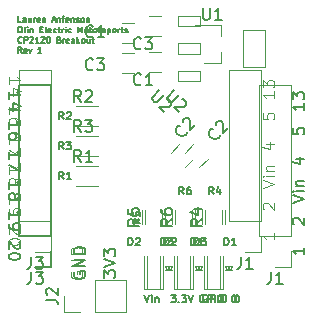
<source format=gbr>
G04 #@! TF.FileFunction,Legend,Top*
%FSLAX46Y46*%
G04 Gerber Fmt 4.6, Leading zero omitted, Abs format (unit mm)*
<<<<<<< HEAD
G04 Created by KiCad (PCBNEW 4.0.7-e2-6376~58~ubuntu16.04.1) date Tue Nov 21 15:05:01 2017*
=======
G04 Created by KiCad (PCBNEW 4.0.7-e2-6376~58~ubuntu16.04.1) date Mon Nov  6 21:18:59 2017*
>>>>>>> 32bfc1fbeb0075f2edf25abd08975b23595f24f4
%MOMM*%
%LPD*%
G01*
G04 APERTURE LIST*
%ADD10C,0.100000*%
<<<<<<< HEAD
%ADD11C,0.125000*%
%ADD12C,0.152400*%
%ADD13C,0.200000*%
%ADD14C,0.120000*%
=======
%ADD11C,0.152400*%
%ADD12C,0.200000*%
%ADD13C,0.120000*%
%ADD14C,0.066040*%
>>>>>>> 32bfc1fbeb0075f2edf25abd08975b23595f24f4
%ADD15C,0.150000*%
G04 APERTURE END LIST*
D10*
D11*
<<<<<<< HEAD
X102973143Y-124135690D02*
X102735048Y-124135690D01*
X102735048Y-123635690D01*
X103354095Y-124135690D02*
X103354095Y-123873786D01*
X103330286Y-123826167D01*
X103282667Y-123802357D01*
X103187429Y-123802357D01*
X103139810Y-123826167D01*
X103354095Y-124111881D02*
X103306476Y-124135690D01*
X103187429Y-124135690D01*
X103139810Y-124111881D01*
X103116000Y-124064262D01*
X103116000Y-124016643D01*
X103139810Y-123969024D01*
X103187429Y-123945214D01*
X103306476Y-123945214D01*
X103354095Y-123921405D01*
X103806476Y-123802357D02*
X103806476Y-124135690D01*
X103592191Y-123802357D02*
X103592191Y-124064262D01*
X103616000Y-124111881D01*
X103663619Y-124135690D01*
X103735048Y-124135690D01*
X103782667Y-124111881D01*
X103806476Y-124088071D01*
X104044572Y-124135690D02*
X104044572Y-123802357D01*
X104044572Y-123897595D02*
X104068381Y-123849976D01*
X104092191Y-123826167D01*
X104139810Y-123802357D01*
X104187429Y-123802357D01*
X104544572Y-124111881D02*
X104496953Y-124135690D01*
X104401715Y-124135690D01*
X104354096Y-124111881D01*
X104330286Y-124064262D01*
X104330286Y-123873786D01*
X104354096Y-123826167D01*
X104401715Y-123802357D01*
X104496953Y-123802357D01*
X104544572Y-123826167D01*
X104568381Y-123873786D01*
X104568381Y-123921405D01*
X104330286Y-123969024D01*
X104782667Y-123802357D02*
X104782667Y-124135690D01*
X104782667Y-123849976D02*
X104806476Y-123826167D01*
X104854095Y-123802357D01*
X104925524Y-123802357D01*
X104973143Y-123826167D01*
X104996952Y-123873786D01*
X104996952Y-124135690D01*
X105592190Y-123992833D02*
X105830285Y-123992833D01*
X105544571Y-124135690D02*
X105711238Y-123635690D01*
X105877904Y-124135690D01*
X106044571Y-123802357D02*
X106044571Y-124135690D01*
X106044571Y-123849976D02*
X106068380Y-123826167D01*
X106115999Y-123802357D01*
X106187428Y-123802357D01*
X106235047Y-123826167D01*
X106258856Y-123873786D01*
X106258856Y-124135690D01*
X106425523Y-123802357D02*
X106615999Y-123802357D01*
X106496952Y-124135690D02*
X106496952Y-123707119D01*
X106520761Y-123659500D01*
X106568380Y-123635690D01*
X106615999Y-123635690D01*
X106973142Y-124111881D02*
X106925523Y-124135690D01*
X106830285Y-124135690D01*
X106782666Y-124111881D01*
X106758856Y-124064262D01*
X106758856Y-123873786D01*
X106782666Y-123826167D01*
X106830285Y-123802357D01*
X106925523Y-123802357D01*
X106973142Y-123826167D01*
X106996951Y-123873786D01*
X106996951Y-123921405D01*
X106758856Y-123969024D01*
X107211237Y-123802357D02*
X107211237Y-124135690D01*
X107211237Y-123849976D02*
X107235046Y-123826167D01*
X107282665Y-123802357D01*
X107354094Y-123802357D01*
X107401713Y-123826167D01*
X107425522Y-123873786D01*
X107425522Y-124135690D01*
X107639808Y-124111881D02*
X107687427Y-124135690D01*
X107782665Y-124135690D01*
X107830284Y-124111881D01*
X107854094Y-124064262D01*
X107854094Y-124040452D01*
X107830284Y-123992833D01*
X107782665Y-123969024D01*
X107711237Y-123969024D01*
X107663618Y-123945214D01*
X107639808Y-123897595D01*
X107639808Y-123873786D01*
X107663618Y-123826167D01*
X107711237Y-123802357D01*
X107782665Y-123802357D01*
X107830284Y-123826167D01*
X108139808Y-124135690D02*
X108092189Y-124111881D01*
X108068380Y-124088071D01*
X108044570Y-124040452D01*
X108044570Y-123897595D01*
X108068380Y-123849976D01*
X108092189Y-123826167D01*
X108139808Y-123802357D01*
X108211237Y-123802357D01*
X108258856Y-123826167D01*
X108282665Y-123849976D01*
X108306475Y-123897595D01*
X108306475Y-124040452D01*
X108282665Y-124088071D01*
X108258856Y-124111881D01*
X108211237Y-124135690D01*
X108139808Y-124135690D01*
X108520761Y-123802357D02*
X108520761Y-124135690D01*
X108520761Y-123849976D02*
X108544570Y-123826167D01*
X108592189Y-123802357D01*
X108663618Y-123802357D01*
X108711237Y-123826167D01*
X108735046Y-123873786D01*
X108735046Y-124135690D01*
X102830286Y-124510690D02*
X102925524Y-124510690D01*
X102973143Y-124534500D01*
X103020762Y-124582119D01*
X103044571Y-124677357D01*
X103044571Y-124844024D01*
X103020762Y-124939262D01*
X102973143Y-124986881D01*
X102925524Y-125010690D01*
X102830286Y-125010690D01*
X102782667Y-124986881D01*
X102735048Y-124939262D01*
X102711238Y-124844024D01*
X102711238Y-124677357D01*
X102735048Y-124582119D01*
X102782667Y-124534500D01*
X102830286Y-124510690D01*
X103330286Y-125010690D02*
X103282667Y-124986881D01*
X103258858Y-124939262D01*
X103258858Y-124510690D01*
X103520763Y-125010690D02*
X103520763Y-124677357D01*
X103520763Y-124510690D02*
X103496953Y-124534500D01*
X103520763Y-124558310D01*
X103544572Y-124534500D01*
X103520763Y-124510690D01*
X103520763Y-124558310D01*
X103758858Y-124677357D02*
X103758858Y-125010690D01*
X103758858Y-124724976D02*
X103782667Y-124701167D01*
X103830286Y-124677357D01*
X103901715Y-124677357D01*
X103949334Y-124701167D01*
X103973143Y-124748786D01*
X103973143Y-125010690D01*
X104592191Y-124748786D02*
X104758857Y-124748786D01*
X104830286Y-125010690D02*
X104592191Y-125010690D01*
X104592191Y-124510690D01*
X104830286Y-124510690D01*
X105116000Y-125010690D02*
X105068381Y-124986881D01*
X105044572Y-124939262D01*
X105044572Y-124510690D01*
X105496953Y-124986881D02*
X105449334Y-125010690D01*
X105354096Y-125010690D01*
X105306477Y-124986881D01*
X105282667Y-124939262D01*
X105282667Y-124748786D01*
X105306477Y-124701167D01*
X105354096Y-124677357D01*
X105449334Y-124677357D01*
X105496953Y-124701167D01*
X105520762Y-124748786D01*
X105520762Y-124796405D01*
X105282667Y-124844024D01*
X105949333Y-124986881D02*
X105901714Y-125010690D01*
X105806476Y-125010690D01*
X105758857Y-124986881D01*
X105735048Y-124963071D01*
X105711238Y-124915452D01*
X105711238Y-124772595D01*
X105735048Y-124724976D01*
X105758857Y-124701167D01*
X105806476Y-124677357D01*
X105901714Y-124677357D01*
X105949333Y-124701167D01*
X106092190Y-124677357D02*
X106282666Y-124677357D01*
X106163619Y-124510690D02*
X106163619Y-124939262D01*
X106187428Y-124986881D01*
X106235047Y-125010690D01*
X106282666Y-125010690D01*
X106449333Y-125010690D02*
X106449333Y-124677357D01*
X106449333Y-124772595D02*
X106473142Y-124724976D01*
X106496952Y-124701167D01*
X106544571Y-124677357D01*
X106592190Y-124677357D01*
X106758857Y-125010690D02*
X106758857Y-124677357D01*
X106758857Y-124510690D02*
X106735047Y-124534500D01*
X106758857Y-124558310D01*
X106782666Y-124534500D01*
X106758857Y-124510690D01*
X106758857Y-124558310D01*
X107211237Y-124986881D02*
X107163618Y-125010690D01*
X107068380Y-125010690D01*
X107020761Y-124986881D01*
X106996952Y-124963071D01*
X106973142Y-124915452D01*
X106973142Y-124772595D01*
X106996952Y-124724976D01*
X107020761Y-124701167D01*
X107068380Y-124677357D01*
X107163618Y-124677357D01*
X107211237Y-124701167D01*
X107806475Y-125010690D02*
X107806475Y-124510690D01*
X107973141Y-124867833D01*
X108139808Y-124510690D01*
X108139808Y-125010690D01*
X108449332Y-125010690D02*
X108401713Y-124986881D01*
X108377904Y-124963071D01*
X108354094Y-124915452D01*
X108354094Y-124772595D01*
X108377904Y-124724976D01*
X108401713Y-124701167D01*
X108449332Y-124677357D01*
X108520761Y-124677357D01*
X108568380Y-124701167D01*
X108592189Y-124724976D01*
X108615999Y-124772595D01*
X108615999Y-124915452D01*
X108592189Y-124963071D01*
X108568380Y-124986881D01*
X108520761Y-125010690D01*
X108449332Y-125010690D01*
X108758856Y-124677357D02*
X108949332Y-124677357D01*
X108830285Y-124510690D02*
X108830285Y-124939262D01*
X108854094Y-124986881D01*
X108901713Y-125010690D01*
X108949332Y-125010690D01*
X109187427Y-125010690D02*
X109139808Y-124986881D01*
X109115999Y-124963071D01*
X109092189Y-124915452D01*
X109092189Y-124772595D01*
X109115999Y-124724976D01*
X109139808Y-124701167D01*
X109187427Y-124677357D01*
X109258856Y-124677357D01*
X109306475Y-124701167D01*
X109330284Y-124724976D01*
X109354094Y-124772595D01*
X109354094Y-124915452D01*
X109330284Y-124963071D01*
X109306475Y-124986881D01*
X109258856Y-125010690D01*
X109187427Y-125010690D01*
X109568380Y-125010690D02*
X109568380Y-124677357D01*
X109568380Y-124772595D02*
X109592189Y-124724976D01*
X109615999Y-124701167D01*
X109663618Y-124677357D01*
X109711237Y-124677357D01*
X109854094Y-124986881D02*
X109901713Y-125010690D01*
X109996951Y-125010690D01*
X110044570Y-124986881D01*
X110068380Y-124939262D01*
X110068380Y-124915452D01*
X110044570Y-124867833D01*
X109996951Y-124844024D01*
X109925523Y-124844024D01*
X109877904Y-124820214D01*
X109854094Y-124772595D01*
X109854094Y-124748786D01*
X109877904Y-124701167D01*
X109925523Y-124677357D01*
X109996951Y-124677357D01*
X110044570Y-124701167D01*
X110282666Y-124677357D02*
X110282666Y-125177357D01*
X110282666Y-124701167D02*
X110330285Y-124677357D01*
X110425523Y-124677357D01*
X110473142Y-124701167D01*
X110496951Y-124724976D01*
X110520761Y-124772595D01*
X110520761Y-124915452D01*
X110496951Y-124963071D01*
X110473142Y-124986881D01*
X110425523Y-125010690D01*
X110330285Y-125010690D01*
X110282666Y-124986881D01*
X110806475Y-125010690D02*
X110758856Y-124986881D01*
X110735047Y-124963071D01*
X110711237Y-124915452D01*
X110711237Y-124772595D01*
X110735047Y-124724976D01*
X110758856Y-124701167D01*
X110806475Y-124677357D01*
X110877904Y-124677357D01*
X110925523Y-124701167D01*
X110949332Y-124724976D01*
X110973142Y-124772595D01*
X110973142Y-124915452D01*
X110949332Y-124963071D01*
X110925523Y-124986881D01*
X110877904Y-125010690D01*
X110806475Y-125010690D01*
X111187428Y-125010690D02*
X111187428Y-124677357D01*
X111187428Y-124772595D02*
X111211237Y-124724976D01*
X111235047Y-124701167D01*
X111282666Y-124677357D01*
X111330285Y-124677357D01*
X111425523Y-124677357D02*
X111615999Y-124677357D01*
X111496952Y-124510690D02*
X111496952Y-124939262D01*
X111520761Y-124986881D01*
X111568380Y-125010690D01*
X111615999Y-125010690D01*
X111758856Y-124986881D02*
X111806475Y-125010690D01*
X111901713Y-125010690D01*
X111949332Y-124986881D01*
X111973142Y-124939262D01*
X111973142Y-124915452D01*
X111949332Y-124867833D01*
X111901713Y-124844024D01*
X111830285Y-124844024D01*
X111782666Y-124820214D01*
X111758856Y-124772595D01*
X111758856Y-124748786D01*
X111782666Y-124701167D01*
X111830285Y-124677357D01*
X111901713Y-124677357D01*
X111949332Y-124701167D01*
X103020762Y-125838071D02*
X102996952Y-125861881D01*
X102925524Y-125885690D01*
X102877905Y-125885690D01*
X102806476Y-125861881D01*
X102758857Y-125814262D01*
X102735048Y-125766643D01*
X102711238Y-125671405D01*
X102711238Y-125599976D01*
X102735048Y-125504738D01*
X102758857Y-125457119D01*
X102806476Y-125409500D01*
X102877905Y-125385690D01*
X102925524Y-125385690D01*
X102996952Y-125409500D01*
X103020762Y-125433310D01*
X103235048Y-125885690D02*
X103235048Y-125385690D01*
X103425524Y-125385690D01*
X103473143Y-125409500D01*
X103496952Y-125433310D01*
X103520762Y-125480929D01*
X103520762Y-125552357D01*
X103496952Y-125599976D01*
X103473143Y-125623786D01*
X103425524Y-125647595D01*
X103235048Y-125647595D01*
X103711238Y-125433310D02*
X103735048Y-125409500D01*
X103782667Y-125385690D01*
X103901714Y-125385690D01*
X103949333Y-125409500D01*
X103973143Y-125433310D01*
X103996952Y-125480929D01*
X103996952Y-125528548D01*
X103973143Y-125599976D01*
X103687429Y-125885690D01*
X103996952Y-125885690D01*
X104473142Y-125885690D02*
X104187428Y-125885690D01*
X104330285Y-125885690D02*
X104330285Y-125385690D01*
X104282666Y-125457119D01*
X104235047Y-125504738D01*
X104187428Y-125528548D01*
X104663618Y-125433310D02*
X104687428Y-125409500D01*
X104735047Y-125385690D01*
X104854094Y-125385690D01*
X104901713Y-125409500D01*
X104925523Y-125433310D01*
X104949332Y-125480929D01*
X104949332Y-125528548D01*
X104925523Y-125599976D01*
X104639809Y-125885690D01*
X104949332Y-125885690D01*
X105258856Y-125385690D02*
X105306475Y-125385690D01*
X105354094Y-125409500D01*
X105377903Y-125433310D01*
X105401713Y-125480929D01*
X105425522Y-125576167D01*
X105425522Y-125695214D01*
X105401713Y-125790452D01*
X105377903Y-125838071D01*
X105354094Y-125861881D01*
X105306475Y-125885690D01*
X105258856Y-125885690D01*
X105211237Y-125861881D01*
X105187427Y-125838071D01*
X105163618Y-125790452D01*
X105139808Y-125695214D01*
X105139808Y-125576167D01*
X105163618Y-125480929D01*
X105187427Y-125433310D01*
X105211237Y-125409500D01*
X105258856Y-125385690D01*
X106187426Y-125623786D02*
X106258855Y-125647595D01*
X106282664Y-125671405D01*
X106306474Y-125719024D01*
X106306474Y-125790452D01*
X106282664Y-125838071D01*
X106258855Y-125861881D01*
X106211236Y-125885690D01*
X106020760Y-125885690D01*
X106020760Y-125385690D01*
X106187426Y-125385690D01*
X106235045Y-125409500D01*
X106258855Y-125433310D01*
X106282664Y-125480929D01*
X106282664Y-125528548D01*
X106258855Y-125576167D01*
X106235045Y-125599976D01*
X106187426Y-125623786D01*
X106020760Y-125623786D01*
X106520760Y-125885690D02*
X106520760Y-125552357D01*
X106520760Y-125647595D02*
X106544569Y-125599976D01*
X106568379Y-125576167D01*
X106615998Y-125552357D01*
X106663617Y-125552357D01*
X107020760Y-125861881D02*
X106973141Y-125885690D01*
X106877903Y-125885690D01*
X106830284Y-125861881D01*
X106806474Y-125814262D01*
X106806474Y-125623786D01*
X106830284Y-125576167D01*
X106877903Y-125552357D01*
X106973141Y-125552357D01*
X107020760Y-125576167D01*
X107044569Y-125623786D01*
X107044569Y-125671405D01*
X106806474Y-125719024D01*
X107473140Y-125885690D02*
X107473140Y-125623786D01*
X107449331Y-125576167D01*
X107401712Y-125552357D01*
X107306474Y-125552357D01*
X107258855Y-125576167D01*
X107473140Y-125861881D02*
X107425521Y-125885690D01*
X107306474Y-125885690D01*
X107258855Y-125861881D01*
X107235045Y-125814262D01*
X107235045Y-125766643D01*
X107258855Y-125719024D01*
X107306474Y-125695214D01*
X107425521Y-125695214D01*
X107473140Y-125671405D01*
X107711236Y-125885690D02*
X107711236Y-125385690D01*
X107758855Y-125695214D02*
X107901712Y-125885690D01*
X107901712Y-125552357D02*
X107711236Y-125742833D01*
X108187426Y-125885690D02*
X108139807Y-125861881D01*
X108115998Y-125838071D01*
X108092188Y-125790452D01*
X108092188Y-125647595D01*
X108115998Y-125599976D01*
X108139807Y-125576167D01*
X108187426Y-125552357D01*
X108258855Y-125552357D01*
X108306474Y-125576167D01*
X108330283Y-125599976D01*
X108354093Y-125647595D01*
X108354093Y-125790452D01*
X108330283Y-125838071D01*
X108306474Y-125861881D01*
X108258855Y-125885690D01*
X108187426Y-125885690D01*
X108782664Y-125552357D02*
X108782664Y-125885690D01*
X108568379Y-125552357D02*
X108568379Y-125814262D01*
X108592188Y-125861881D01*
X108639807Y-125885690D01*
X108711236Y-125885690D01*
X108758855Y-125861881D01*
X108782664Y-125838071D01*
X108949331Y-125552357D02*
X109139807Y-125552357D01*
X109020760Y-125385690D02*
X109020760Y-125814262D01*
X109044569Y-125861881D01*
X109092188Y-125885690D01*
X109139807Y-125885690D01*
X103020762Y-126760690D02*
X102854095Y-126522595D01*
X102735048Y-126760690D02*
X102735048Y-126260690D01*
X102925524Y-126260690D01*
X102973143Y-126284500D01*
X102996952Y-126308310D01*
X103020762Y-126355929D01*
X103020762Y-126427357D01*
X102996952Y-126474976D01*
X102973143Y-126498786D01*
X102925524Y-126522595D01*
X102735048Y-126522595D01*
X103425524Y-126736881D02*
X103377905Y-126760690D01*
X103282667Y-126760690D01*
X103235048Y-126736881D01*
X103211238Y-126689262D01*
X103211238Y-126498786D01*
X103235048Y-126451167D01*
X103282667Y-126427357D01*
X103377905Y-126427357D01*
X103425524Y-126451167D01*
X103449333Y-126498786D01*
X103449333Y-126546405D01*
X103211238Y-126594024D01*
X103616000Y-126427357D02*
X103735047Y-126760690D01*
X103854095Y-126427357D01*
X104687427Y-126760690D02*
X104401713Y-126760690D01*
X104544570Y-126760690D02*
X104544570Y-126260690D01*
X104496951Y-126332119D01*
X104449332Y-126379738D01*
X104401713Y-126403548D01*
D12*
X118454715Y-147256500D02*
X118394238Y-147226262D01*
X118303524Y-147226262D01*
X118212810Y-147256500D01*
X118152334Y-147316976D01*
X118122095Y-147377452D01*
X118091857Y-147498405D01*
X118091857Y-147589119D01*
X118122095Y-147710071D01*
X118152334Y-147770548D01*
X118212810Y-147831024D01*
X118303524Y-147861262D01*
X118364000Y-147861262D01*
X118454715Y-147831024D01*
X118484953Y-147800786D01*
X118484953Y-147589119D01*
X118364000Y-147589119D01*
X118757095Y-147861262D02*
X118757095Y-147226262D01*
X118999000Y-147226262D01*
X119059476Y-147256500D01*
X119089715Y-147286738D01*
X119119953Y-147347214D01*
X119119953Y-147437929D01*
X119089715Y-147498405D01*
X119059476Y-147528643D01*
X118999000Y-147558881D01*
X118757095Y-147558881D01*
X119392095Y-147861262D02*
X119392095Y-147226262D01*
X119815429Y-147226262D02*
X119936381Y-147226262D01*
X119996857Y-147256500D01*
X120057334Y-147316976D01*
X120087572Y-147437929D01*
X120087572Y-147649595D01*
X120057334Y-147770548D01*
X119996857Y-147831024D01*
X119936381Y-147861262D01*
X119815429Y-147861262D01*
X119754953Y-147831024D01*
X119694476Y-147770548D01*
X119664238Y-147649595D01*
X119664238Y-147437929D01*
X119694476Y-147316976D01*
X119754953Y-147256500D01*
X119815429Y-147226262D01*
X120964477Y-147226262D02*
X121024953Y-147226262D01*
X121085429Y-147256500D01*
X121115667Y-147286738D01*
X121145905Y-147347214D01*
X121176144Y-147468167D01*
X121176144Y-147619357D01*
X121145905Y-147740310D01*
X121115667Y-147800786D01*
X121085429Y-147831024D01*
X121024953Y-147861262D01*
X120964477Y-147861262D01*
X120904001Y-147831024D01*
X120873763Y-147800786D01*
X120843524Y-147740310D01*
X120813286Y-147619357D01*
X120813286Y-147468167D01*
X120843524Y-147347214D01*
X120873763Y-147286738D01*
X120904001Y-147256500D01*
X120964477Y-147226262D01*
=======
X118708715Y-147256500D02*
X118648238Y-147226262D01*
X118557524Y-147226262D01*
X118466810Y-147256500D01*
X118406334Y-147316976D01*
X118376095Y-147377452D01*
X118345857Y-147498405D01*
X118345857Y-147589119D01*
X118376095Y-147710071D01*
X118406334Y-147770548D01*
X118466810Y-147831024D01*
X118557524Y-147861262D01*
X118618000Y-147861262D01*
X118708715Y-147831024D01*
X118738953Y-147800786D01*
X118738953Y-147589119D01*
X118618000Y-147589119D01*
X119011095Y-147861262D02*
X119011095Y-147226262D01*
X119253000Y-147226262D01*
X119313476Y-147256500D01*
X119343715Y-147286738D01*
X119373953Y-147347214D01*
X119373953Y-147437929D01*
X119343715Y-147498405D01*
X119313476Y-147528643D01*
X119253000Y-147558881D01*
X119011095Y-147558881D01*
X119646095Y-147861262D02*
X119646095Y-147226262D01*
X120069429Y-147226262D02*
X120190381Y-147226262D01*
X120250857Y-147256500D01*
X120311334Y-147316976D01*
X120341572Y-147437929D01*
X120341572Y-147649595D01*
X120311334Y-147770548D01*
X120250857Y-147831024D01*
X120190381Y-147861262D01*
X120069429Y-147861262D01*
X120008953Y-147831024D01*
X119948476Y-147770548D01*
X119918238Y-147649595D01*
X119918238Y-147437929D01*
X119948476Y-147316976D01*
X120008953Y-147256500D01*
X120069429Y-147226262D01*
X121218477Y-147226262D02*
X121278953Y-147226262D01*
X121339429Y-147256500D01*
X121369667Y-147286738D01*
X121399905Y-147347214D01*
X121430144Y-147468167D01*
X121430144Y-147619357D01*
X121399905Y-147740310D01*
X121369667Y-147800786D01*
X121339429Y-147831024D01*
X121278953Y-147861262D01*
X121218477Y-147861262D01*
X121158001Y-147831024D01*
X121127763Y-147800786D01*
X121097524Y-147740310D01*
X121067286Y-147619357D01*
X121067286Y-147468167D01*
X121097524Y-147347214D01*
X121127763Y-147286738D01*
X121158001Y-147256500D01*
X121218477Y-147226262D01*
>>>>>>> 32bfc1fbeb0075f2edf25abd08975b23595f24f4
X115648619Y-147226262D02*
X116041715Y-147226262D01*
X115830048Y-147468167D01*
X115920762Y-147468167D01*
X115981238Y-147498405D01*
X116011476Y-147528643D01*
X116041715Y-147589119D01*
X116041715Y-147740310D01*
X116011476Y-147800786D01*
X115981238Y-147831024D01*
X115920762Y-147861262D01*
X115739334Y-147861262D01*
X115678857Y-147831024D01*
X115648619Y-147800786D01*
X116313857Y-147800786D02*
X116344096Y-147831024D01*
X116313857Y-147861262D01*
X116283619Y-147831024D01*
X116313857Y-147800786D01*
X116313857Y-147861262D01*
X116555762Y-147226262D02*
X116948858Y-147226262D01*
X116737191Y-147468167D01*
X116827905Y-147468167D01*
X116888381Y-147498405D01*
X116918619Y-147528643D01*
X116948858Y-147589119D01*
X116948858Y-147740310D01*
X116918619Y-147800786D01*
X116888381Y-147831024D01*
X116827905Y-147861262D01*
X116646477Y-147861262D01*
X116586000Y-147831024D01*
X116555762Y-147800786D01*
X117130286Y-147226262D02*
X117341953Y-147861262D01*
X117553620Y-147226262D01*
X113395881Y-147226262D02*
X113607548Y-147861262D01*
X113819215Y-147226262D01*
X114030881Y-147861262D02*
X114030881Y-147437929D01*
X114030881Y-147226262D02*
X114000643Y-147256500D01*
X114030881Y-147286738D01*
X114061120Y-147256500D01*
X114030881Y-147226262D01*
X114030881Y-147286738D01*
X114333262Y-147437929D02*
X114333262Y-147861262D01*
X114333262Y-147498405D02*
X114363501Y-147468167D01*
X114423977Y-147437929D01*
X114514691Y-147437929D01*
X114575167Y-147468167D01*
X114605405Y-147528643D01*
X114605405Y-147861262D01*
<<<<<<< HEAD
D13*
X123404381Y-138183809D02*
X124404381Y-137850476D01*
X123404381Y-137517142D01*
X124404381Y-137183809D02*
X123737714Y-137183809D01*
X123404381Y-137183809D02*
X123452000Y-137231428D01*
X123499619Y-137183809D01*
X123452000Y-137136190D01*
X123404381Y-137183809D01*
X123499619Y-137183809D01*
X123737714Y-136707619D02*
X124404381Y-136707619D01*
X123832952Y-136707619D02*
X123785333Y-136660000D01*
X123737714Y-136564762D01*
X123737714Y-136421904D01*
X123785333Y-136326666D01*
X123880571Y-136279047D01*
X124404381Y-136279047D01*
X124404381Y-129984476D02*
X124404381Y-130555905D01*
X124404381Y-130270191D02*
X123404381Y-130270191D01*
X123547238Y-130365429D01*
X123642476Y-130460667D01*
X123690095Y-130555905D01*
X123404381Y-129651143D02*
X123404381Y-129032095D01*
X123785333Y-129365429D01*
X123785333Y-129222571D01*
X123832952Y-129127333D01*
X123880571Y-129079714D01*
X123975810Y-129032095D01*
X124213905Y-129032095D01*
X124309143Y-129079714D01*
X124356762Y-129127333D01*
X124404381Y-129222571D01*
X124404381Y-129508286D01*
X124356762Y-129603524D01*
X124309143Y-129651143D01*
X123404381Y-131841904D02*
X123404381Y-132318095D01*
X123880571Y-132365714D01*
X123832952Y-132318095D01*
X123785333Y-132222857D01*
X123785333Y-131984761D01*
X123832952Y-131889523D01*
X123880571Y-131841904D01*
X123975810Y-131794285D01*
X124213905Y-131794285D01*
X124309143Y-131841904D01*
X124356762Y-131889523D01*
X124404381Y-131984761D01*
X124404381Y-132222857D01*
X124356762Y-132318095D01*
X124309143Y-132365714D01*
X123737714Y-134429523D02*
X124404381Y-134429523D01*
X123356762Y-134667619D02*
X124071048Y-134905714D01*
X124071048Y-134286666D01*
X123499619Y-139985714D02*
X123452000Y-139938095D01*
X123404381Y-139842857D01*
X123404381Y-139604761D01*
X123452000Y-139509523D01*
X123499619Y-139461904D01*
X123594857Y-139414285D01*
X123690095Y-139414285D01*
X123832952Y-139461904D01*
X124404381Y-140033333D01*
X124404381Y-139414285D01*
X124404381Y-141954285D02*
X124404381Y-142525714D01*
X124404381Y-142240000D02*
X123404381Y-142240000D01*
X123547238Y-142335238D01*
X123642476Y-142430476D01*
X123690095Y-142525714D01*
X101909619Y-129349524D02*
X101909619Y-128778095D01*
X101909619Y-129063809D02*
X102909619Y-129063809D01*
X102766762Y-128968571D01*
X102671524Y-128873333D01*
X102623905Y-128778095D01*
X102576286Y-130206667D02*
X101909619Y-130206667D01*
X102957238Y-129968571D02*
X102242952Y-129730476D01*
X102242952Y-130349524D01*
X101909619Y-131889524D02*
X101909619Y-131318095D01*
X101909619Y-131603809D02*
X102909619Y-131603809D01*
X102766762Y-131508571D01*
X102671524Y-131413333D01*
X102623905Y-131318095D01*
X102909619Y-132746667D02*
X102909619Y-132556190D01*
X102862000Y-132460952D01*
X102814381Y-132413333D01*
X102671524Y-132318095D01*
X102481048Y-132270476D01*
X102100095Y-132270476D01*
X102004857Y-132318095D01*
X101957238Y-132365714D01*
X101909619Y-132460952D01*
X101909619Y-132651429D01*
X101957238Y-132746667D01*
X102004857Y-132794286D01*
X102100095Y-132841905D01*
X102338190Y-132841905D01*
X102433429Y-132794286D01*
X102481048Y-132746667D01*
X102528667Y-132651429D01*
X102528667Y-132460952D01*
X102481048Y-132365714D01*
X102433429Y-132318095D01*
X102338190Y-132270476D01*
X101909619Y-134429524D02*
X101909619Y-133858095D01*
X101909619Y-134143809D02*
X102909619Y-134143809D01*
X102766762Y-134048571D01*
X102671524Y-133953333D01*
X102623905Y-133858095D01*
X102909619Y-134762857D02*
X102909619Y-135429524D01*
X101909619Y-135000952D01*
X101909619Y-136969524D02*
X101909619Y-136398095D01*
X101909619Y-136683809D02*
X102909619Y-136683809D01*
X102766762Y-136588571D01*
X102671524Y-136493333D01*
X102623905Y-136398095D01*
X102481048Y-137540952D02*
X102528667Y-137445714D01*
X102576286Y-137398095D01*
X102671524Y-137350476D01*
X102719143Y-137350476D01*
X102814381Y-137398095D01*
X102862000Y-137445714D01*
X102909619Y-137540952D01*
X102909619Y-137731429D01*
X102862000Y-137826667D01*
X102814381Y-137874286D01*
X102719143Y-137921905D01*
X102671524Y-137921905D01*
X102576286Y-137874286D01*
X102528667Y-137826667D01*
X102481048Y-137731429D01*
X102481048Y-137540952D01*
X102433429Y-137445714D01*
X102385810Y-137398095D01*
X102290571Y-137350476D01*
X102100095Y-137350476D01*
X102004857Y-137398095D01*
X101957238Y-137445714D01*
X101909619Y-137540952D01*
X101909619Y-137731429D01*
X101957238Y-137826667D01*
X102004857Y-137874286D01*
X102100095Y-137921905D01*
X102290571Y-137921905D01*
X102385810Y-137874286D01*
X102433429Y-137826667D01*
X102481048Y-137731429D01*
X101909619Y-139509524D02*
X101909619Y-138938095D01*
X101909619Y-139223809D02*
X102909619Y-139223809D01*
X102766762Y-139128571D01*
X102671524Y-139033333D01*
X102623905Y-138938095D01*
X101909619Y-139985714D02*
X101909619Y-140176190D01*
X101957238Y-140271429D01*
X102004857Y-140319048D01*
X102147714Y-140414286D01*
X102338190Y-140461905D01*
X102719143Y-140461905D01*
X102814381Y-140414286D01*
X102862000Y-140366667D01*
X102909619Y-140271429D01*
X102909619Y-140080952D01*
X102862000Y-139985714D01*
X102814381Y-139938095D01*
X102719143Y-139890476D01*
X102481048Y-139890476D01*
X102385810Y-139938095D01*
X102338190Y-139985714D01*
X102290571Y-140080952D01*
X102290571Y-140271429D01*
X102338190Y-140366667D01*
X102385810Y-140414286D01*
X102481048Y-140461905D01*
X102814381Y-141478095D02*
X102862000Y-141525714D01*
X102909619Y-141620952D01*
X102909619Y-141859048D01*
X102862000Y-141954286D01*
X102814381Y-142001905D01*
X102719143Y-142049524D01*
X102623905Y-142049524D01*
X102481048Y-142001905D01*
X101909619Y-141430476D01*
X101909619Y-142049524D01*
X102909619Y-142668571D02*
X102909619Y-142763810D01*
X102862000Y-142859048D01*
X102814381Y-142906667D01*
X102719143Y-142954286D01*
X102528667Y-143001905D01*
X102290571Y-143001905D01*
X102100095Y-142954286D01*
X102004857Y-142906667D01*
X101957238Y-142859048D01*
X101909619Y-142763810D01*
X101909619Y-142668571D01*
X101957238Y-142573333D01*
X102004857Y-142525714D01*
X102100095Y-142478095D01*
X102290571Y-142430476D01*
X102528667Y-142430476D01*
X102719143Y-142478095D01*
X102814381Y-142525714D01*
X102862000Y-142573333D01*
X102909619Y-142668571D01*
=======
D12*
X125944381Y-139453809D02*
X126944381Y-139120476D01*
X125944381Y-138787142D01*
X126944381Y-138453809D02*
X126277714Y-138453809D01*
X125944381Y-138453809D02*
X125992000Y-138501428D01*
X126039619Y-138453809D01*
X125992000Y-138406190D01*
X125944381Y-138453809D01*
X126039619Y-138453809D01*
X126277714Y-137977619D02*
X126944381Y-137977619D01*
X126372952Y-137977619D02*
X126325333Y-137930000D01*
X126277714Y-137834762D01*
X126277714Y-137691904D01*
X126325333Y-137596666D01*
X126420571Y-137549047D01*
X126944381Y-137549047D01*
X126944381Y-131000476D02*
X126944381Y-131571905D01*
X126944381Y-131286191D02*
X125944381Y-131286191D01*
X126087238Y-131381429D01*
X126182476Y-131476667D01*
X126230095Y-131571905D01*
X125944381Y-130667143D02*
X125944381Y-130048095D01*
X126325333Y-130381429D01*
X126325333Y-130238571D01*
X126372952Y-130143333D01*
X126420571Y-130095714D01*
X126515810Y-130048095D01*
X126753905Y-130048095D01*
X126849143Y-130095714D01*
X126896762Y-130143333D01*
X126944381Y-130238571D01*
X126944381Y-130524286D01*
X126896762Y-130619524D01*
X126849143Y-130667143D01*
X125944381Y-133111904D02*
X125944381Y-133588095D01*
X126420571Y-133635714D01*
X126372952Y-133588095D01*
X126325333Y-133492857D01*
X126325333Y-133254761D01*
X126372952Y-133159523D01*
X126420571Y-133111904D01*
X126515810Y-133064285D01*
X126753905Y-133064285D01*
X126849143Y-133111904D01*
X126896762Y-133159523D01*
X126944381Y-133254761D01*
X126944381Y-133492857D01*
X126896762Y-133588095D01*
X126849143Y-133635714D01*
X126277714Y-135699523D02*
X126944381Y-135699523D01*
X125896762Y-135937619D02*
X126611048Y-136175714D01*
X126611048Y-135556666D01*
X126039619Y-141255714D02*
X125992000Y-141208095D01*
X125944381Y-141112857D01*
X125944381Y-140874761D01*
X125992000Y-140779523D01*
X126039619Y-140731904D01*
X126134857Y-140684285D01*
X126230095Y-140684285D01*
X126372952Y-140731904D01*
X126944381Y-141303333D01*
X126944381Y-140684285D01*
X126944381Y-143224285D02*
X126944381Y-143795714D01*
X126944381Y-143510000D02*
X125944381Y-143510000D01*
X126087238Y-143605238D01*
X126182476Y-143700476D01*
X126230095Y-143795714D01*
X101909619Y-130619524D02*
X101909619Y-130048095D01*
X101909619Y-130333809D02*
X102909619Y-130333809D01*
X102766762Y-130238571D01*
X102671524Y-130143333D01*
X102623905Y-130048095D01*
X102576286Y-131476667D02*
X101909619Y-131476667D01*
X102957238Y-131238571D02*
X102242952Y-131000476D01*
X102242952Y-131619524D01*
X101909619Y-133159524D02*
X101909619Y-132588095D01*
X101909619Y-132873809D02*
X102909619Y-132873809D01*
X102766762Y-132778571D01*
X102671524Y-132683333D01*
X102623905Y-132588095D01*
X102909619Y-134016667D02*
X102909619Y-133826190D01*
X102862000Y-133730952D01*
X102814381Y-133683333D01*
X102671524Y-133588095D01*
X102481048Y-133540476D01*
X102100095Y-133540476D01*
X102004857Y-133588095D01*
X101957238Y-133635714D01*
X101909619Y-133730952D01*
X101909619Y-133921429D01*
X101957238Y-134016667D01*
X102004857Y-134064286D01*
X102100095Y-134111905D01*
X102338190Y-134111905D01*
X102433429Y-134064286D01*
X102481048Y-134016667D01*
X102528667Y-133921429D01*
X102528667Y-133730952D01*
X102481048Y-133635714D01*
X102433429Y-133588095D01*
X102338190Y-133540476D01*
X101909619Y-135699524D02*
X101909619Y-135128095D01*
X101909619Y-135413809D02*
X102909619Y-135413809D01*
X102766762Y-135318571D01*
X102671524Y-135223333D01*
X102623905Y-135128095D01*
X102909619Y-136032857D02*
X102909619Y-136699524D01*
X101909619Y-136270952D01*
X101909619Y-138239524D02*
X101909619Y-137668095D01*
X101909619Y-137953809D02*
X102909619Y-137953809D01*
X102766762Y-137858571D01*
X102671524Y-137763333D01*
X102623905Y-137668095D01*
X102481048Y-138810952D02*
X102528667Y-138715714D01*
X102576286Y-138668095D01*
X102671524Y-138620476D01*
X102719143Y-138620476D01*
X102814381Y-138668095D01*
X102862000Y-138715714D01*
X102909619Y-138810952D01*
X102909619Y-139001429D01*
X102862000Y-139096667D01*
X102814381Y-139144286D01*
X102719143Y-139191905D01*
X102671524Y-139191905D01*
X102576286Y-139144286D01*
X102528667Y-139096667D01*
X102481048Y-139001429D01*
X102481048Y-138810952D01*
X102433429Y-138715714D01*
X102385810Y-138668095D01*
X102290571Y-138620476D01*
X102100095Y-138620476D01*
X102004857Y-138668095D01*
X101957238Y-138715714D01*
X101909619Y-138810952D01*
X101909619Y-139001429D01*
X101957238Y-139096667D01*
X102004857Y-139144286D01*
X102100095Y-139191905D01*
X102290571Y-139191905D01*
X102385810Y-139144286D01*
X102433429Y-139096667D01*
X102481048Y-139001429D01*
X101909619Y-140779524D02*
X101909619Y-140208095D01*
X101909619Y-140493809D02*
X102909619Y-140493809D01*
X102766762Y-140398571D01*
X102671524Y-140303333D01*
X102623905Y-140208095D01*
X101909619Y-141255714D02*
X101909619Y-141446190D01*
X101957238Y-141541429D01*
X102004857Y-141589048D01*
X102147714Y-141684286D01*
X102338190Y-141731905D01*
X102719143Y-141731905D01*
X102814381Y-141684286D01*
X102862000Y-141636667D01*
X102909619Y-141541429D01*
X102909619Y-141350952D01*
X102862000Y-141255714D01*
X102814381Y-141208095D01*
X102719143Y-141160476D01*
X102481048Y-141160476D01*
X102385810Y-141208095D01*
X102338190Y-141255714D01*
X102290571Y-141350952D01*
X102290571Y-141541429D01*
X102338190Y-141636667D01*
X102385810Y-141684286D01*
X102481048Y-141731905D01*
X102814381Y-142748095D02*
X102862000Y-142795714D01*
X102909619Y-142890952D01*
X102909619Y-143129048D01*
X102862000Y-143224286D01*
X102814381Y-143271905D01*
X102719143Y-143319524D01*
X102623905Y-143319524D01*
X102481048Y-143271905D01*
X101909619Y-142700476D01*
X101909619Y-143319524D01*
X102909619Y-143938571D02*
X102909619Y-144033810D01*
X102862000Y-144129048D01*
X102814381Y-144176667D01*
X102719143Y-144224286D01*
X102528667Y-144271905D01*
X102290571Y-144271905D01*
X102100095Y-144224286D01*
X102004857Y-144176667D01*
X101957238Y-144129048D01*
X101909619Y-144033810D01*
X101909619Y-143938571D01*
X101957238Y-143843333D01*
X102004857Y-143795714D01*
X102100095Y-143748095D01*
X102290571Y-143700476D01*
X102528667Y-143700476D01*
X102719143Y-143748095D01*
X102814381Y-143795714D01*
X102862000Y-143843333D01*
X102909619Y-143938571D01*
>>>>>>> 32bfc1fbeb0075f2edf25abd08975b23595f24f4
X109942381Y-145764095D02*
X109942381Y-145145047D01*
X110323333Y-145478381D01*
X110323333Y-145335523D01*
X110370952Y-145240285D01*
X110418571Y-145192666D01*
X110513810Y-145145047D01*
X110751905Y-145145047D01*
X110847143Y-145192666D01*
X110894762Y-145240285D01*
X110942381Y-145335523D01*
X110942381Y-145621238D01*
X110894762Y-145716476D01*
X110847143Y-145764095D01*
X109942381Y-144859333D02*
X110942381Y-144526000D01*
X109942381Y-144192666D01*
X109942381Y-143954571D02*
X109942381Y-143335523D01*
X110323333Y-143668857D01*
X110323333Y-143525999D01*
X110370952Y-143430761D01*
X110418571Y-143383142D01*
X110513810Y-143335523D01*
X110751905Y-143335523D01*
X110847143Y-143383142D01*
X110894762Y-143430761D01*
X110942381Y-143525999D01*
X110942381Y-143811714D01*
X110894762Y-143906952D01*
X110847143Y-143954571D01*
<<<<<<< HEAD
X107450000Y-145287904D02*
X107402381Y-145383142D01*
X107402381Y-145525999D01*
X107450000Y-145668857D01*
X107545238Y-145764095D01*
X107640476Y-145811714D01*
X107830952Y-145859333D01*
X107973810Y-145859333D01*
X108164286Y-145811714D01*
X108259524Y-145764095D01*
X108354762Y-145668857D01*
X108402381Y-145525999D01*
X108402381Y-145430761D01*
X108354762Y-145287904D01*
X108307143Y-145240285D01*
X107973810Y-145240285D01*
X107973810Y-145430761D01*
X108402381Y-144811714D02*
X107402381Y-144811714D01*
X108402381Y-144240285D01*
X107402381Y-144240285D01*
X108402381Y-143764095D02*
X107402381Y-143764095D01*
X107402381Y-143526000D01*
X107450000Y-143383142D01*
X107545238Y-143287904D01*
X107640476Y-143240285D01*
X107830952Y-143192666D01*
X107973810Y-143192666D01*
X108164286Y-143240285D01*
X108259524Y-143287904D01*
X108354762Y-143383142D01*
X108402381Y-143526000D01*
X108402381Y-143764095D01*
D14*
X113346000Y-146750000D02*
X114746000Y-146750000D01*
D10*
X115116000Y-145096000D02*
X115516000Y-145096000D01*
X115316000Y-145096000D02*
X115116000Y-144796000D01*
X115516000Y-144796000D02*
X115316000Y-145096000D01*
X115116000Y-144796000D02*
X115516000Y-144796000D01*
D14*
X114746000Y-146750000D02*
X114746000Y-143950000D01*
X113346000Y-146750000D02*
X113346000Y-143950000D01*
X116338513Y-134482299D02*
X115631406Y-135189406D01*
X116833487Y-136391487D02*
X117540594Y-135684380D01*
X123250000Y-128210000D02*
X120590000Y-128210000D01*
X123250000Y-140970000D02*
X123250000Y-128210000D01*
X120590000Y-140970000D02*
X120590000Y-128210000D01*
X123250000Y-140970000D02*
X120590000Y-140970000D01*
X123250000Y-142240000D02*
X123250000Y-143570000D01*
X123250000Y-143570000D02*
X121920000Y-143570000D01*
X113800000Y-128358000D02*
X114800000Y-128358000D01*
X114800000Y-126658000D02*
X113800000Y-126658000D01*
X113800000Y-125310000D02*
X114800000Y-125310000D01*
X114800000Y-123610000D02*
X113800000Y-123610000D01*
X118426000Y-146750000D02*
X119826000Y-146750000D01*
D10*
X120196000Y-145096000D02*
X120596000Y-145096000D01*
X120396000Y-145096000D02*
X120196000Y-144796000D01*
X120596000Y-144796000D02*
X120396000Y-145096000D01*
X120196000Y-144796000D02*
X120596000Y-144796000D01*
D14*
X119826000Y-146750000D02*
X119826000Y-143950000D01*
X118426000Y-146750000D02*
X118426000Y-143950000D01*
X115886000Y-146750000D02*
X117286000Y-146750000D01*
D10*
X117656000Y-145096000D02*
X118056000Y-145096000D01*
X117856000Y-145096000D02*
X117656000Y-144796000D01*
X118056000Y-144796000D02*
X117856000Y-145096000D01*
X117656000Y-144796000D02*
X118056000Y-144796000D01*
D14*
X117286000Y-146750000D02*
X117286000Y-143950000D01*
X115886000Y-146750000D02*
X115886000Y-143950000D01*
=======
X107196000Y-145287904D02*
X107148381Y-145383142D01*
X107148381Y-145525999D01*
X107196000Y-145668857D01*
X107291238Y-145764095D01*
X107386476Y-145811714D01*
X107576952Y-145859333D01*
X107719810Y-145859333D01*
X107910286Y-145811714D01*
X108005524Y-145764095D01*
X108100762Y-145668857D01*
X108148381Y-145525999D01*
X108148381Y-145430761D01*
X108100762Y-145287904D01*
X108053143Y-145240285D01*
X107719810Y-145240285D01*
X107719810Y-145430761D01*
X108148381Y-144811714D02*
X107148381Y-144811714D01*
X108148381Y-144240285D01*
X107148381Y-144240285D01*
X108148381Y-143764095D02*
X107148381Y-143764095D01*
X107148381Y-143526000D01*
X107196000Y-143383142D01*
X107291238Y-143287904D01*
X107386476Y-143240285D01*
X107576952Y-143192666D01*
X107719810Y-143192666D01*
X107910286Y-143240285D01*
X108005524Y-143287904D01*
X108100762Y-143383142D01*
X108148381Y-143526000D01*
X108148381Y-143764095D01*
D13*
X113600000Y-146750000D02*
X115000000Y-146750000D01*
D10*
X115370000Y-145096000D02*
X115770000Y-145096000D01*
X115570000Y-145096000D02*
X115370000Y-144796000D01*
X115770000Y-144796000D02*
X115570000Y-145096000D01*
X115370000Y-144796000D02*
X115770000Y-144796000D01*
D13*
X115000000Y-146750000D02*
X115000000Y-143950000D01*
X113600000Y-146750000D02*
X113600000Y-143950000D01*
X117553620Y-134482299D02*
X116846513Y-135189406D01*
X118048594Y-136391487D02*
X118755701Y-135684380D01*
X125790000Y-129480000D02*
X123130000Y-129480000D01*
X125790000Y-142240000D02*
X125790000Y-129480000D01*
X123130000Y-142240000D02*
X123130000Y-129480000D01*
X125790000Y-142240000D02*
X123130000Y-142240000D01*
X125790000Y-143510000D02*
X125790000Y-144840000D01*
X125790000Y-144840000D02*
X124460000Y-144840000D01*
X111530000Y-125945000D02*
X112530000Y-125945000D01*
X112530000Y-124245000D02*
X111530000Y-124245000D01*
X111530000Y-128485000D02*
X112530000Y-128485000D01*
X112530000Y-126785000D02*
X111530000Y-126785000D01*
X118680000Y-146750000D02*
X120080000Y-146750000D01*
D10*
X120450000Y-145096000D02*
X120850000Y-145096000D01*
X120650000Y-145096000D02*
X120450000Y-144796000D01*
X120850000Y-144796000D02*
X120650000Y-145096000D01*
X120450000Y-144796000D02*
X120850000Y-144796000D01*
D13*
X120080000Y-146750000D02*
X120080000Y-143950000D01*
X118680000Y-146750000D02*
X118680000Y-143950000D01*
X116140000Y-146750000D02*
X117540000Y-146750000D01*
D10*
X117910000Y-145096000D02*
X118310000Y-145096000D01*
X118110000Y-145096000D02*
X117910000Y-144796000D01*
X118310000Y-144796000D02*
X118110000Y-145096000D01*
X117910000Y-144796000D02*
X118310000Y-144796000D01*
D13*
X117540000Y-146750000D02*
X117540000Y-143950000D01*
X116140000Y-146750000D02*
X116140000Y-143950000D01*
X109505000Y-138040000D02*
X108305000Y-138040000D01*
X108305000Y-136280000D02*
X109505000Y-136280000D01*
X109500000Y-132960000D02*
X108300000Y-132960000D01*
X108300000Y-131200000D02*
X109500000Y-131200000D01*
X109500000Y-135500000D02*
X108300000Y-135500000D01*
X108300000Y-133740000D02*
X109500000Y-133740000D01*
X118500000Y-141255000D02*
X118500000Y-140055000D01*
X120260000Y-140055000D02*
X120260000Y-141255000D01*
X113420000Y-141255000D02*
X113420000Y-140055000D01*
X115180000Y-140055000D02*
X115180000Y-141255000D01*
X115960000Y-141255000D02*
X115960000Y-140055000D01*
X117720000Y-140055000D02*
X117720000Y-141255000D01*
D14*
X121739660Y-124764800D02*
X121739660Y-127965200D01*
X121739660Y-127965200D02*
X123596400Y-127965200D01*
X123596400Y-124764800D02*
X123596400Y-127965200D01*
X121739660Y-124764800D02*
X123596400Y-124764800D01*
X116281200Y-125933200D02*
X116281200Y-126796800D01*
X116281200Y-126796800D02*
X118137940Y-126796800D01*
X118137940Y-125933200D02*
X118137940Y-126796800D01*
X116281200Y-125933200D02*
X118137940Y-125933200D01*
X116281200Y-123621800D02*
X116281200Y-124485400D01*
X116281200Y-124485400D02*
X118137940Y-124485400D01*
X118137940Y-123621800D02*
X118137940Y-124485400D01*
X116281200Y-123621800D02*
X118137940Y-123621800D01*
X116281200Y-128244600D02*
X116281200Y-129108200D01*
X116281200Y-129108200D02*
X118137940Y-129108200D01*
X118137940Y-128244600D02*
X118137940Y-129108200D01*
X116281200Y-128244600D02*
X118137940Y-128244600D01*
X121739660Y-124764800D02*
X121739660Y-127965200D01*
X121739660Y-127965200D02*
X123596400Y-127965200D01*
X123596400Y-124764800D02*
X123596400Y-127965200D01*
X121739660Y-124764800D02*
X123596400Y-124764800D01*
X116281200Y-125933200D02*
X116281200Y-126796800D01*
X116281200Y-126796800D02*
X118137940Y-126796800D01*
X118137940Y-125933200D02*
X118137940Y-126796800D01*
X116281200Y-125933200D02*
X118137940Y-125933200D01*
X116281200Y-123621800D02*
X116281200Y-124485400D01*
X116281200Y-124485400D02*
X118137940Y-124485400D01*
X118137940Y-123621800D02*
X118137940Y-124485400D01*
X116281200Y-123621800D02*
X118137940Y-123621800D01*
X116281200Y-128244600D02*
X116281200Y-129108200D01*
X116281200Y-129108200D02*
X118137940Y-129108200D01*
X118137940Y-128244600D02*
X118137940Y-129108200D01*
X116281200Y-128244600D02*
X118137940Y-128244600D01*
D13*
>>>>>>> 32bfc1fbeb0075f2edf25abd08975b23595f24f4
X111820000Y-148650000D02*
X111820000Y-145990000D01*
X109220000Y-148650000D02*
X111820000Y-148650000D01*
X109220000Y-145990000D02*
X111820000Y-145990000D01*
X109220000Y-148650000D02*
X109220000Y-145990000D01*
X107950000Y-148650000D02*
X106620000Y-148650000D01*
X106620000Y-148650000D02*
X106620000Y-147320000D01*
<<<<<<< HEAD
X105470000Y-128210000D02*
X102810000Y-128210000D01*
X105470000Y-140970000D02*
X105470000Y-128210000D01*
X102810000Y-140970000D02*
X102810000Y-128210000D01*
X105470000Y-140970000D02*
X102810000Y-140970000D01*
X105470000Y-142240000D02*
X105470000Y-143570000D01*
X105470000Y-143570000D02*
X104140000Y-143570000D01*
X119886000Y-127564000D02*
X119886000Y-126634000D01*
X119886000Y-124404000D02*
X119886000Y-125334000D01*
X119886000Y-124404000D02*
X117726000Y-124404000D01*
X119886000Y-127564000D02*
X118426000Y-127564000D01*
X108804000Y-138040000D02*
X107604000Y-138040000D01*
X107604000Y-136280000D02*
X108804000Y-136280000D01*
X108804000Y-132960000D02*
X107604000Y-132960000D01*
X107604000Y-131200000D02*
X108804000Y-131200000D01*
X108804000Y-135500000D02*
X107604000Y-135500000D01*
X107604000Y-133740000D02*
X108804000Y-133740000D01*
X118246000Y-141255000D02*
X118246000Y-140055000D01*
X120006000Y-140055000D02*
X120006000Y-141255000D01*
X113166000Y-141255000D02*
X113166000Y-140055000D01*
X114926000Y-140055000D02*
X114926000Y-141255000D01*
X115706000Y-141255000D02*
X115706000Y-140055000D01*
X117466000Y-140055000D02*
X117466000Y-141255000D01*
D15*
X112053309Y-143035262D02*
X112053309Y-142400262D01*
X112204500Y-142400262D01*
X112295214Y-142430500D01*
X112355690Y-142490976D01*
X112385929Y-142551452D01*
X112416167Y-142672405D01*
X112416167Y-142763119D01*
X112385929Y-142884071D01*
X112355690Y-142944548D01*
X112295214Y-143005024D01*
X112204500Y-143035262D01*
X112053309Y-143035262D01*
X112658071Y-142460738D02*
X112688309Y-142430500D01*
X112748786Y-142400262D01*
X112899976Y-142400262D01*
X112960452Y-142430500D01*
X112990690Y-142460738D01*
X113020929Y-142521214D01*
X113020929Y-142581690D01*
X112990690Y-142672405D01*
X112627833Y-143035262D01*
X113020929Y-143035262D01*
X116974688Y-133466389D02*
X116974688Y-133533732D01*
X116907344Y-133668419D01*
X116840001Y-133735763D01*
X116705313Y-133803107D01*
X116570626Y-133803107D01*
X116469611Y-133769435D01*
X116301253Y-133668420D01*
X116200237Y-133567404D01*
X116099222Y-133399045D01*
X116065550Y-133298030D01*
X116065550Y-133163343D01*
X116132894Y-133028656D01*
X116200237Y-132961312D01*
X116334924Y-132893969D01*
X116402268Y-132893969D01*
X116671641Y-132624595D02*
X116671641Y-132557252D01*
X116705313Y-132456237D01*
X116873672Y-132287877D01*
X116974688Y-132254206D01*
X117042031Y-132254206D01*
X117143046Y-132287877D01*
X117210390Y-132355221D01*
X117277733Y-132489908D01*
X117277733Y-133298030D01*
X117715466Y-132860297D01*
X114674528Y-129909555D02*
X114102108Y-130481975D01*
X114068436Y-130582990D01*
X114068436Y-130650333D01*
X114102108Y-130751348D01*
X114236796Y-130886036D01*
X114337811Y-130919708D01*
X114405154Y-130919708D01*
X114506169Y-130886036D01*
X115078589Y-130313616D01*
X115314291Y-130684005D02*
X115381635Y-130684005D01*
X115482650Y-130717677D01*
X115651009Y-130886036D01*
X115684681Y-130987051D01*
X115684681Y-131054395D01*
X115651009Y-131155410D01*
X115583666Y-131222753D01*
X115448979Y-131290097D01*
X114640856Y-131290097D01*
X115078589Y-131727830D01*
X121586667Y-144022381D02*
X121586667Y-144736667D01*
X121539047Y-144879524D01*
X121443809Y-144974762D01*
X121300952Y-145022381D01*
X121205714Y-145022381D01*
X122586667Y-145022381D02*
X122015238Y-145022381D01*
X122300952Y-145022381D02*
X122300952Y-144022381D01*
X122205714Y-144165238D01*
X122110476Y-144260476D01*
X122015238Y-144308095D01*
X113117334Y-129389143D02*
X113069715Y-129436762D01*
X112926858Y-129484381D01*
X112831620Y-129484381D01*
X112688762Y-129436762D01*
X112593524Y-129341524D01*
X112545905Y-129246286D01*
X112498286Y-129055810D01*
X112498286Y-128912952D01*
X112545905Y-128722476D01*
X112593524Y-128627238D01*
X112688762Y-128532000D01*
X112831620Y-128484381D01*
X112926858Y-128484381D01*
X113069715Y-128532000D01*
X113117334Y-128579619D01*
X114069715Y-129484381D02*
X113498286Y-129484381D01*
X113784000Y-129484381D02*
X113784000Y-128484381D01*
X113688762Y-128627238D01*
X113593524Y-128722476D01*
X113498286Y-128770095D01*
X113117334Y-126341143D02*
X113069715Y-126388762D01*
X112926858Y-126436381D01*
X112831620Y-126436381D01*
X112688762Y-126388762D01*
X112593524Y-126293524D01*
X112545905Y-126198286D01*
X112498286Y-126007810D01*
X112498286Y-125864952D01*
X112545905Y-125674476D01*
X112593524Y-125579238D01*
X112688762Y-125484000D01*
X112831620Y-125436381D01*
X112926858Y-125436381D01*
X113069715Y-125484000D01*
X113117334Y-125531619D01*
X113450667Y-125436381D02*
X114069715Y-125436381D01*
X113736381Y-125817333D01*
X113879239Y-125817333D01*
X113974477Y-125864952D01*
X114022096Y-125912571D01*
X114069715Y-126007810D01*
X114069715Y-126245905D01*
X114022096Y-126341143D01*
X113974477Y-126388762D01*
X113879239Y-126436381D01*
X113593524Y-126436381D01*
X113498286Y-126388762D01*
X113450667Y-126341143D01*
X117387309Y-143035262D02*
X117387309Y-142400262D01*
X117538500Y-142400262D01*
X117629214Y-142430500D01*
X117689690Y-142490976D01*
X117719929Y-142551452D01*
X117750167Y-142672405D01*
X117750167Y-142763119D01*
X117719929Y-142884071D01*
X117689690Y-142944548D01*
X117629214Y-143005024D01*
X117538500Y-143035262D01*
X117387309Y-143035262D01*
X118354929Y-143035262D02*
X117992071Y-143035262D01*
X118173500Y-143035262D02*
X118173500Y-142400262D01*
X118113024Y-142490976D01*
X118052548Y-142551452D01*
X117992071Y-142581690D01*
X114847309Y-143035262D02*
X114847309Y-142400262D01*
X114998500Y-142400262D01*
X115089214Y-142430500D01*
X115149690Y-142490976D01*
X115179929Y-142551452D01*
X115210167Y-142672405D01*
X115210167Y-142763119D01*
X115179929Y-142884071D01*
X115149690Y-142944548D01*
X115089214Y-143005024D01*
X114998500Y-143035262D01*
X114847309Y-143035262D01*
X115421833Y-142400262D02*
X115814929Y-142400262D01*
X115603262Y-142642167D01*
X115693976Y-142642167D01*
X115754452Y-142672405D01*
X115784690Y-142702643D01*
X115814929Y-142763119D01*
X115814929Y-142914310D01*
X115784690Y-142974786D01*
X115754452Y-143005024D01*
X115693976Y-143035262D01*
X115512548Y-143035262D01*
X115452071Y-143005024D01*
X115421833Y-142974786D01*
=======
X105470000Y-129480000D02*
X102810000Y-129480000D01*
X105470000Y-142240000D02*
X105470000Y-129480000D01*
X102810000Y-142240000D02*
X102810000Y-129480000D01*
X105470000Y-142240000D02*
X102810000Y-142240000D01*
X105470000Y-143510000D02*
X105470000Y-144840000D01*
X105470000Y-144840000D02*
X104140000Y-144840000D01*
D15*
X115101309Y-143035262D02*
X115101309Y-142400262D01*
X115252500Y-142400262D01*
X115343214Y-142430500D01*
X115403690Y-142490976D01*
X115433929Y-142551452D01*
X115464167Y-142672405D01*
X115464167Y-142763119D01*
X115433929Y-142884071D01*
X115403690Y-142944548D01*
X115343214Y-143005024D01*
X115252500Y-143035262D01*
X115101309Y-143035262D01*
X115706071Y-142460738D02*
X115736309Y-142430500D01*
X115796786Y-142400262D01*
X115947976Y-142400262D01*
X116008452Y-142430500D01*
X116038690Y-142460738D01*
X116068929Y-142521214D01*
X116068929Y-142581690D01*
X116038690Y-142672405D01*
X115675833Y-143035262D01*
X116068929Y-143035262D01*
X119768688Y-133720389D02*
X119768688Y-133787732D01*
X119701344Y-133922419D01*
X119634001Y-133989763D01*
X119499313Y-134057107D01*
X119364626Y-134057107D01*
X119263611Y-134023435D01*
X119095253Y-133922420D01*
X118994237Y-133821404D01*
X118893222Y-133653045D01*
X118859550Y-133552030D01*
X118859550Y-133417343D01*
X118926894Y-133282656D01*
X118994237Y-133215312D01*
X119128924Y-133147969D01*
X119196268Y-133147969D01*
X119465641Y-132878595D02*
X119465641Y-132811252D01*
X119499313Y-132710237D01*
X119667672Y-132541877D01*
X119768688Y-132508206D01*
X119836031Y-132508206D01*
X119937046Y-132541877D01*
X120004390Y-132609221D01*
X120071733Y-132743908D01*
X120071733Y-133552030D01*
X120509466Y-133114297D01*
X115944528Y-129909555D02*
X115372108Y-130481975D01*
X115338436Y-130582990D01*
X115338436Y-130650333D01*
X115372108Y-130751348D01*
X115506796Y-130886036D01*
X115607811Y-130919708D01*
X115675154Y-130919708D01*
X115776169Y-130886036D01*
X116348589Y-130313616D01*
X116584291Y-130684005D02*
X116651635Y-130684005D01*
X116752650Y-130717677D01*
X116921009Y-130886036D01*
X116954681Y-130987051D01*
X116954681Y-131054395D01*
X116921009Y-131155410D01*
X116853666Y-131222753D01*
X116718979Y-131290097D01*
X115910856Y-131290097D01*
X116348589Y-131727830D01*
X124126667Y-145292381D02*
X124126667Y-146006667D01*
X124079047Y-146149524D01*
X123983809Y-146244762D01*
X123840952Y-146292381D01*
X123745714Y-146292381D01*
X125126667Y-146292381D02*
X124555238Y-146292381D01*
X124840952Y-146292381D02*
X124840952Y-145292381D01*
X124745714Y-145435238D01*
X124650476Y-145530476D01*
X124555238Y-145578095D01*
X109053334Y-125325143D02*
X109005715Y-125372762D01*
X108862858Y-125420381D01*
X108767620Y-125420381D01*
X108624762Y-125372762D01*
X108529524Y-125277524D01*
X108481905Y-125182286D01*
X108434286Y-124991810D01*
X108434286Y-124848952D01*
X108481905Y-124658476D01*
X108529524Y-124563238D01*
X108624762Y-124468000D01*
X108767620Y-124420381D01*
X108862858Y-124420381D01*
X109005715Y-124468000D01*
X109053334Y-124515619D01*
X110005715Y-125420381D02*
X109434286Y-125420381D01*
X109720000Y-125420381D02*
X109720000Y-124420381D01*
X109624762Y-124563238D01*
X109529524Y-124658476D01*
X109434286Y-124706095D01*
X109053334Y-128119143D02*
X109005715Y-128166762D01*
X108862858Y-128214381D01*
X108767620Y-128214381D01*
X108624762Y-128166762D01*
X108529524Y-128071524D01*
X108481905Y-127976286D01*
X108434286Y-127785810D01*
X108434286Y-127642952D01*
X108481905Y-127452476D01*
X108529524Y-127357238D01*
X108624762Y-127262000D01*
X108767620Y-127214381D01*
X108862858Y-127214381D01*
X109005715Y-127262000D01*
X109053334Y-127309619D01*
X109386667Y-127214381D02*
X110005715Y-127214381D01*
X109672381Y-127595333D01*
X109815239Y-127595333D01*
X109910477Y-127642952D01*
X109958096Y-127690571D01*
X110005715Y-127785810D01*
X110005715Y-128023905D01*
X109958096Y-128119143D01*
X109910477Y-128166762D01*
X109815239Y-128214381D01*
X109529524Y-128214381D01*
X109434286Y-128166762D01*
X109386667Y-128119143D01*
X120181309Y-143035262D02*
X120181309Y-142400262D01*
X120332500Y-142400262D01*
X120423214Y-142430500D01*
X120483690Y-142490976D01*
X120513929Y-142551452D01*
X120544167Y-142672405D01*
X120544167Y-142763119D01*
X120513929Y-142884071D01*
X120483690Y-142944548D01*
X120423214Y-143005024D01*
X120332500Y-143035262D01*
X120181309Y-143035262D01*
X121148929Y-143035262D02*
X120786071Y-143035262D01*
X120967500Y-143035262D02*
X120967500Y-142400262D01*
X120907024Y-142490976D01*
X120846548Y-142551452D01*
X120786071Y-142581690D01*
X117641309Y-143035262D02*
X117641309Y-142400262D01*
X117792500Y-142400262D01*
X117883214Y-142430500D01*
X117943690Y-142490976D01*
X117973929Y-142551452D01*
X118004167Y-142672405D01*
X118004167Y-142763119D01*
X117973929Y-142884071D01*
X117943690Y-142944548D01*
X117883214Y-143005024D01*
X117792500Y-143035262D01*
X117641309Y-143035262D01*
X118215833Y-142400262D02*
X118608929Y-142400262D01*
X118397262Y-142642167D01*
X118487976Y-142642167D01*
X118548452Y-142672405D01*
X118578690Y-142702643D01*
X118608929Y-142763119D01*
X118608929Y-142914310D01*
X118578690Y-142974786D01*
X118548452Y-143005024D01*
X118487976Y-143035262D01*
X118306548Y-143035262D01*
X118246071Y-143005024D01*
X118215833Y-142974786D01*
X106574167Y-137447262D02*
X106362500Y-137144881D01*
X106211309Y-137447262D02*
X106211309Y-136812262D01*
X106453214Y-136812262D01*
X106513690Y-136842500D01*
X106543929Y-136872738D01*
X106574167Y-136933214D01*
X106574167Y-137023929D01*
X106543929Y-137084405D01*
X106513690Y-137114643D01*
X106453214Y-137144881D01*
X106211309Y-137144881D01*
X107178929Y-137447262D02*
X106816071Y-137447262D01*
X106997500Y-137447262D02*
X106997500Y-136812262D01*
X106937024Y-136902976D01*
X106876548Y-136963452D01*
X106816071Y-136993690D01*
X106574167Y-132367262D02*
X106362500Y-132064881D01*
X106211309Y-132367262D02*
X106211309Y-131732262D01*
X106453214Y-131732262D01*
X106513690Y-131762500D01*
X106543929Y-131792738D01*
X106574167Y-131853214D01*
X106574167Y-131943929D01*
X106543929Y-132004405D01*
X106513690Y-132034643D01*
X106453214Y-132064881D01*
X106211309Y-132064881D01*
X106816071Y-131792738D02*
X106846309Y-131762500D01*
X106906786Y-131732262D01*
X107057976Y-131732262D01*
X107118452Y-131762500D01*
X107148690Y-131792738D01*
X107178929Y-131853214D01*
X107178929Y-131913690D01*
X107148690Y-132004405D01*
X106785833Y-132367262D01*
X107178929Y-132367262D01*
X106574167Y-134907262D02*
X106362500Y-134604881D01*
X106211309Y-134907262D02*
X106211309Y-134272262D01*
X106453214Y-134272262D01*
X106513690Y-134302500D01*
X106543929Y-134332738D01*
X106574167Y-134393214D01*
X106574167Y-134483929D01*
X106543929Y-134544405D01*
X106513690Y-134574643D01*
X106453214Y-134604881D01*
X106211309Y-134604881D01*
X106785833Y-134272262D02*
X107178929Y-134272262D01*
X106967262Y-134514167D01*
X107057976Y-134514167D01*
X107118452Y-134544405D01*
X107148690Y-134574643D01*
X107178929Y-134635119D01*
X107178929Y-134786310D01*
X107148690Y-134846786D01*
X107118452Y-134877024D01*
X107057976Y-134907262D01*
X106876548Y-134907262D01*
X106816071Y-134877024D01*
X106785833Y-134846786D01*
X119274167Y-138717262D02*
X119062500Y-138414881D01*
X118911309Y-138717262D02*
X118911309Y-138082262D01*
X119153214Y-138082262D01*
X119213690Y-138112500D01*
X119243929Y-138142738D01*
X119274167Y-138203214D01*
X119274167Y-138293929D01*
X119243929Y-138354405D01*
X119213690Y-138384643D01*
X119153214Y-138414881D01*
X118911309Y-138414881D01*
X119818452Y-138293929D02*
X119818452Y-138717262D01*
X119667262Y-138052024D02*
X119516071Y-138505595D01*
X119909167Y-138505595D01*
X113063262Y-140821833D02*
X112760881Y-141033500D01*
X113063262Y-141184691D02*
X112428262Y-141184691D01*
X112428262Y-140942786D01*
X112458500Y-140882310D01*
X112488738Y-140852071D01*
X112549214Y-140821833D01*
X112639929Y-140821833D01*
X112700405Y-140852071D01*
X112730643Y-140882310D01*
X112760881Y-140942786D01*
X112760881Y-141184691D01*
X112428262Y-140247310D02*
X112428262Y-140549691D01*
X112730643Y-140579929D01*
X112700405Y-140549691D01*
X112670167Y-140489214D01*
X112670167Y-140338024D01*
X112700405Y-140277548D01*
X112730643Y-140247310D01*
X112791119Y-140217071D01*
X112942310Y-140217071D01*
X113002786Y-140247310D01*
X113033024Y-140277548D01*
X113063262Y-140338024D01*
X113063262Y-140489214D01*
X113033024Y-140549691D01*
X113002786Y-140579929D01*
X116734167Y-138717262D02*
X116522500Y-138414881D01*
X116371309Y-138717262D02*
X116371309Y-138082262D01*
X116613214Y-138082262D01*
X116673690Y-138112500D01*
X116703929Y-138142738D01*
X116734167Y-138203214D01*
X116734167Y-138293929D01*
X116703929Y-138354405D01*
X116673690Y-138384643D01*
X116613214Y-138414881D01*
X116371309Y-138414881D01*
X117278452Y-138082262D02*
X117157500Y-138082262D01*
X117097024Y-138112500D01*
X117066786Y-138142738D01*
X117006309Y-138233452D01*
X116976071Y-138354405D01*
X116976071Y-138596310D01*
X117006309Y-138656786D01*
X117036548Y-138687024D01*
X117097024Y-138717262D01*
X117217976Y-138717262D01*
X117278452Y-138687024D01*
X117308690Y-138656786D01*
X117338929Y-138596310D01*
X117338929Y-138445119D01*
X117308690Y-138384643D01*
X117278452Y-138354405D01*
X117217976Y-138324167D01*
X117097024Y-138324167D01*
X117036548Y-138354405D01*
X117006309Y-138384643D01*
X116976071Y-138445119D01*
>>>>>>> 32bfc1fbeb0075f2edf25abd08975b23595f24f4
X105072381Y-147653333D02*
X105786667Y-147653333D01*
X105929524Y-147700953D01*
X106024762Y-147796191D01*
X106072381Y-147939048D01*
X106072381Y-148034286D01*
X105167619Y-147224762D02*
X105120000Y-147177143D01*
X105072381Y-147081905D01*
X105072381Y-146843809D01*
X105120000Y-146748571D01*
X105167619Y-146700952D01*
X105262857Y-146653333D01*
X105358095Y-146653333D01*
X105500952Y-146700952D01*
X106072381Y-147272381D01*
X106072381Y-146653333D01*
<<<<<<< HEAD
X103806667Y-144022381D02*
X103806667Y-144736667D01*
X103759047Y-144879524D01*
X103663809Y-144974762D01*
X103520952Y-145022381D01*
X103425714Y-145022381D01*
X104187619Y-144022381D02*
X104806667Y-144022381D01*
X104473333Y-144403333D01*
X104616191Y-144403333D01*
X104711429Y-144450952D01*
X104759048Y-144498571D01*
X104806667Y-144593810D01*
X104806667Y-144831905D01*
X104759048Y-144927143D01*
X104711429Y-144974762D01*
X104616191Y-145022381D01*
X104330476Y-145022381D01*
X104235238Y-144974762D01*
X104187619Y-144927143D01*
X118364095Y-122936381D02*
X118364095Y-123745905D01*
X118411714Y-123841143D01*
X118459333Y-123888762D01*
X118554571Y-123936381D01*
X118745048Y-123936381D01*
X118840286Y-123888762D01*
X118887905Y-123841143D01*
X118935524Y-123745905D01*
X118935524Y-122936381D01*
X119935524Y-123936381D02*
X119364095Y-123936381D01*
X119649809Y-123936381D02*
X119649809Y-122936381D01*
X119554571Y-123079238D01*
X119459333Y-123174476D01*
X119364095Y-123222095D01*
X108037334Y-135962381D02*
X107704000Y-135486190D01*
X107465905Y-135962381D02*
X107465905Y-134962381D01*
X107846858Y-134962381D01*
X107942096Y-135010000D01*
X107989715Y-135057619D01*
X108037334Y-135152857D01*
X108037334Y-135295714D01*
X107989715Y-135390952D01*
X107942096Y-135438571D01*
X107846858Y-135486190D01*
X107465905Y-135486190D01*
X108989715Y-135962381D02*
X108418286Y-135962381D01*
X108704000Y-135962381D02*
X108704000Y-134962381D01*
X108608762Y-135105238D01*
X108513524Y-135200476D01*
X108418286Y-135248095D01*
X108037334Y-130882381D02*
X107704000Y-130406190D01*
X107465905Y-130882381D02*
X107465905Y-129882381D01*
X107846858Y-129882381D01*
X107942096Y-129930000D01*
X107989715Y-129977619D01*
X108037334Y-130072857D01*
X108037334Y-130215714D01*
X107989715Y-130310952D01*
X107942096Y-130358571D01*
X107846858Y-130406190D01*
X107465905Y-130406190D01*
X108418286Y-129977619D02*
X108465905Y-129930000D01*
X108561143Y-129882381D01*
X108799239Y-129882381D01*
X108894477Y-129930000D01*
X108942096Y-129977619D01*
X108989715Y-130072857D01*
X108989715Y-130168095D01*
X108942096Y-130310952D01*
X108370667Y-130882381D01*
X108989715Y-130882381D01*
X108037334Y-133422381D02*
X107704000Y-132946190D01*
X107465905Y-133422381D02*
X107465905Y-132422381D01*
X107846858Y-132422381D01*
X107942096Y-132470000D01*
X107989715Y-132517619D01*
X108037334Y-132612857D01*
X108037334Y-132755714D01*
X107989715Y-132850952D01*
X107942096Y-132898571D01*
X107846858Y-132946190D01*
X107465905Y-132946190D01*
X108370667Y-132422381D02*
X108989715Y-132422381D01*
X108656381Y-132803333D01*
X108799239Y-132803333D01*
X108894477Y-132850952D01*
X108942096Y-132898571D01*
X108989715Y-132993810D01*
X108989715Y-133231905D01*
X108942096Y-133327143D01*
X108894477Y-133374762D01*
X108799239Y-133422381D01*
X108513524Y-133422381D01*
X108418286Y-133374762D01*
X108370667Y-133327143D01*
X118308381Y-140821666D02*
X117832190Y-141155000D01*
X118308381Y-141393095D02*
X117308381Y-141393095D01*
X117308381Y-141012142D01*
X117356000Y-140916904D01*
X117403619Y-140869285D01*
X117498857Y-140821666D01*
X117641714Y-140821666D01*
X117736952Y-140869285D01*
X117784571Y-140916904D01*
X117832190Y-141012142D01*
X117832190Y-141393095D01*
X117641714Y-139964523D02*
X118308381Y-139964523D01*
X117260762Y-140202619D02*
X117975048Y-140440714D01*
X117975048Y-139821666D01*
X112974381Y-140821666D02*
X112498190Y-141155000D01*
X112974381Y-141393095D02*
X111974381Y-141393095D01*
X111974381Y-141012142D01*
X112022000Y-140916904D01*
X112069619Y-140869285D01*
X112164857Y-140821666D01*
X112307714Y-140821666D01*
X112402952Y-140869285D01*
X112450571Y-140916904D01*
X112498190Y-141012142D01*
X112498190Y-141393095D01*
X111974381Y-139916904D02*
X111974381Y-140393095D01*
X112450571Y-140440714D01*
X112402952Y-140393095D01*
X112355333Y-140297857D01*
X112355333Y-140059761D01*
X112402952Y-139964523D01*
X112450571Y-139916904D01*
X112545810Y-139869285D01*
X112783905Y-139869285D01*
X112879143Y-139916904D01*
X112926762Y-139964523D01*
X112974381Y-140059761D01*
X112974381Y-140297857D01*
X112926762Y-140393095D01*
X112879143Y-140440714D01*
X115768381Y-140821666D02*
X115292190Y-141155000D01*
X115768381Y-141393095D02*
X114768381Y-141393095D01*
X114768381Y-141012142D01*
X114816000Y-140916904D01*
X114863619Y-140869285D01*
X114958857Y-140821666D01*
X115101714Y-140821666D01*
X115196952Y-140869285D01*
X115244571Y-140916904D01*
X115292190Y-141012142D01*
X115292190Y-141393095D01*
X114768381Y-139964523D02*
X114768381Y-140155000D01*
X114816000Y-140250238D01*
X114863619Y-140297857D01*
X115006476Y-140393095D01*
X115196952Y-140440714D01*
X115577905Y-140440714D01*
X115673143Y-140393095D01*
X115720762Y-140345476D01*
X115768381Y-140250238D01*
X115768381Y-140059761D01*
X115720762Y-139964523D01*
X115673143Y-139916904D01*
X115577905Y-139869285D01*
X115339810Y-139869285D01*
X115244571Y-139916904D01*
X115196952Y-139964523D01*
X115149333Y-140059761D01*
X115149333Y-140250238D01*
X115196952Y-140345476D01*
X115244571Y-140393095D01*
X115339810Y-140440714D01*
=======
X103806667Y-145292381D02*
X103806667Y-146006667D01*
X103759047Y-146149524D01*
X103663809Y-146244762D01*
X103520952Y-146292381D01*
X103425714Y-146292381D01*
X104187619Y-145292381D02*
X104806667Y-145292381D01*
X104473333Y-145673333D01*
X104616191Y-145673333D01*
X104711429Y-145720952D01*
X104759048Y-145768571D01*
X104806667Y-145863810D01*
X104806667Y-146101905D01*
X104759048Y-146197143D01*
X104711429Y-146244762D01*
X104616191Y-146292381D01*
X104330476Y-146292381D01*
X104235238Y-146244762D01*
X104187619Y-146197143D01*
>>>>>>> 32bfc1fbeb0075f2edf25abd08975b23595f24f4
M02*

</source>
